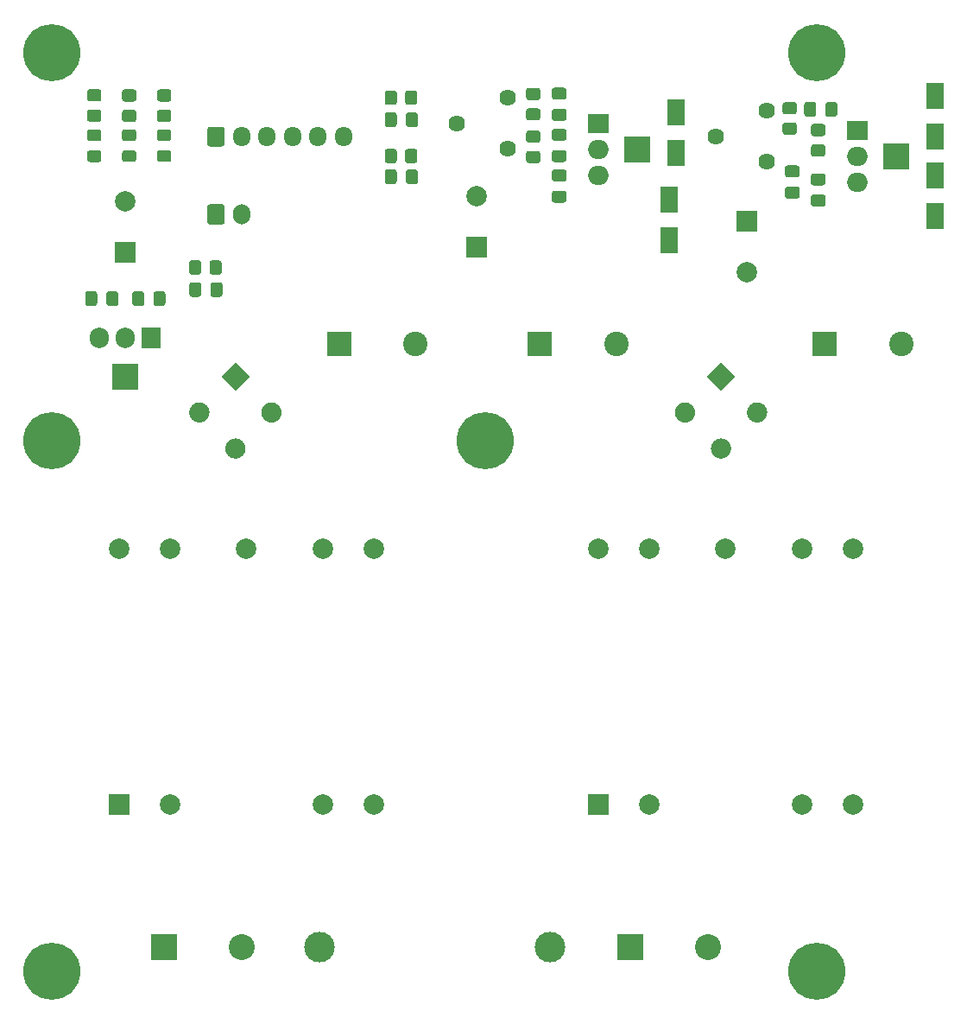
<source format=gbr>
G04 #@! TF.GenerationSoftware,KiCad,Pcbnew,5.1.9-73d0e3b20d~88~ubuntu20.04.1*
G04 #@! TF.CreationDate,2021-01-30T11:56:24+01:00*
G04 #@! TF.ProjectId,FY6600_Power_Supply,46593636-3030-45f5-906f-7765725f5375,1.0*
G04 #@! TF.SameCoordinates,Original*
G04 #@! TF.FileFunction,Soldermask,Top*
G04 #@! TF.FilePolarity,Negative*
%FSLAX46Y46*%
G04 Gerber Fmt 4.6, Leading zero omitted, Abs format (unit mm)*
G04 Created by KiCad (PCBNEW 5.1.9-73d0e3b20d~88~ubuntu20.04.1) date 2021-01-30 11:56:24*
%MOMM*%
%LPD*%
G01*
G04 APERTURE LIST*
%ADD10R,1.800000X2.500000*%
%ADD11O,1.700000X2.000000*%
%ADD12C,5.600000*%
%ADD13O,2.000000X1.905000*%
%ADD14R,2.000000X1.905000*%
%ADD15O,1.905000X2.000000*%
%ADD16R,1.905000X2.000000*%
%ADD17C,2.000000*%
%ADD18R,2.000000X2.000000*%
%ADD19C,2.540000*%
%ADD20R,2.540000X2.540000*%
%ADD21C,1.620000*%
%ADD22O,1.700000X1.950000*%
%ADD23R,2.500000X2.500000*%
%ADD24C,3.000000*%
%ADD25C,0.100000*%
%ADD26C,2.400000*%
%ADD27R,2.400000X2.400000*%
G04 APERTURE END LIST*
D10*
X115570000Y-65405000D03*
X115570000Y-61405000D03*
X116205000Y-56864000D03*
X116205000Y-52864000D03*
X141605000Y-51245000D03*
X141605000Y-55245000D03*
X141605000Y-59055000D03*
X141605000Y-63055000D03*
G36*
G01*
X104300000Y-52520000D02*
X105250000Y-52520000D01*
G75*
G02*
X105500000Y-52770000I0J-250000D01*
G01*
X105500000Y-53445000D01*
G75*
G02*
X105250000Y-53695000I-250000J0D01*
G01*
X104300000Y-53695000D01*
G75*
G02*
X104050000Y-53445000I0J250000D01*
G01*
X104050000Y-52770000D01*
G75*
G02*
X104300000Y-52520000I250000J0D01*
G01*
G37*
G36*
G01*
X104300000Y-50445000D02*
X105250000Y-50445000D01*
G75*
G02*
X105500000Y-50695000I0J-250000D01*
G01*
X105500000Y-51370000D01*
G75*
G02*
X105250000Y-51620000I-250000J0D01*
G01*
X104300000Y-51620000D01*
G75*
G02*
X104050000Y-51370000I0J250000D01*
G01*
X104050000Y-50695000D01*
G75*
G02*
X104300000Y-50445000I250000J0D01*
G01*
G37*
G36*
G01*
X130879000Y-53053000D02*
X130879000Y-52103000D01*
G75*
G02*
X131129000Y-51853000I250000J0D01*
G01*
X131804000Y-51853000D01*
G75*
G02*
X132054000Y-52103000I0J-250000D01*
G01*
X132054000Y-53053000D01*
G75*
G02*
X131804000Y-53303000I-250000J0D01*
G01*
X131129000Y-53303000D01*
G75*
G02*
X130879000Y-53053000I0J250000D01*
G01*
G37*
G36*
G01*
X128804000Y-53053000D02*
X128804000Y-52103000D01*
G75*
G02*
X129054000Y-51853000I250000J0D01*
G01*
X129729000Y-51853000D01*
G75*
G02*
X129979000Y-52103000I0J-250000D01*
G01*
X129979000Y-53053000D01*
G75*
G02*
X129729000Y-53303000I-250000J0D01*
G01*
X129054000Y-53303000D01*
G75*
G02*
X128804000Y-53053000I0J250000D01*
G01*
G37*
D11*
X73620000Y-62865000D03*
G36*
G01*
X70270000Y-63615000D02*
X70270000Y-62115000D01*
G75*
G02*
X70520000Y-61865000I250000J0D01*
G01*
X71720000Y-61865000D01*
G75*
G02*
X71970000Y-62115000I0J-250000D01*
G01*
X71970000Y-63615000D01*
G75*
G02*
X71720000Y-63865000I-250000J0D01*
G01*
X70520000Y-63865000D01*
G75*
G02*
X70270000Y-63615000I0J250000D01*
G01*
G37*
G36*
G01*
X89665000Y-57600001D02*
X89665000Y-56699999D01*
G75*
G02*
X89914999Y-56450000I249999J0D01*
G01*
X90615001Y-56450000D01*
G75*
G02*
X90865000Y-56699999I0J-249999D01*
G01*
X90865000Y-57600001D01*
G75*
G02*
X90615001Y-57850000I-249999J0D01*
G01*
X89914999Y-57850000D01*
G75*
G02*
X89665000Y-57600001I0J249999D01*
G01*
G37*
G36*
G01*
X87665000Y-57600001D02*
X87665000Y-56699999D01*
G75*
G02*
X87914999Y-56450000I249999J0D01*
G01*
X88615001Y-56450000D01*
G75*
G02*
X88865000Y-56699999I0J-249999D01*
G01*
X88865000Y-57600001D01*
G75*
G02*
X88615001Y-57850000I-249999J0D01*
G01*
X87914999Y-57850000D01*
G75*
G02*
X87665000Y-57600001I0J249999D01*
G01*
G37*
G36*
G01*
X89665000Y-51885001D02*
X89665000Y-50984999D01*
G75*
G02*
X89914999Y-50735000I249999J0D01*
G01*
X90615001Y-50735000D01*
G75*
G02*
X90865000Y-50984999I0J-249999D01*
G01*
X90865000Y-51885001D01*
G75*
G02*
X90615001Y-52135000I-249999J0D01*
G01*
X89914999Y-52135000D01*
G75*
G02*
X89665000Y-51885001I0J249999D01*
G01*
G37*
G36*
G01*
X87665000Y-51885001D02*
X87665000Y-50984999D01*
G75*
G02*
X87914999Y-50735000I249999J0D01*
G01*
X88615001Y-50735000D01*
G75*
G02*
X88865000Y-50984999I0J-249999D01*
G01*
X88865000Y-51885001D01*
G75*
G02*
X88615001Y-52135000I-249999J0D01*
G01*
X87914999Y-52135000D01*
G75*
G02*
X87665000Y-51885001I0J249999D01*
G01*
G37*
G36*
G01*
X69682000Y-67621999D02*
X69682000Y-68522001D01*
G75*
G02*
X69432001Y-68772000I-249999J0D01*
G01*
X68731999Y-68772000D01*
G75*
G02*
X68482000Y-68522001I0J249999D01*
G01*
X68482000Y-67621999D01*
G75*
G02*
X68731999Y-67372000I249999J0D01*
G01*
X69432001Y-67372000D01*
G75*
G02*
X69682000Y-67621999I0J-249999D01*
G01*
G37*
G36*
G01*
X71682000Y-67621999D02*
X71682000Y-68522001D01*
G75*
G02*
X71432001Y-68772000I-249999J0D01*
G01*
X70731999Y-68772000D01*
G75*
G02*
X70482000Y-68522001I0J249999D01*
G01*
X70482000Y-67621999D01*
G75*
G02*
X70731999Y-67372000I249999J0D01*
G01*
X71432001Y-67372000D01*
G75*
G02*
X71682000Y-67621999I0J-249999D01*
G01*
G37*
G36*
G01*
X88852500Y-58707000D02*
X88852500Y-59657000D01*
G75*
G02*
X88602500Y-59907000I-250000J0D01*
G01*
X87927500Y-59907000D01*
G75*
G02*
X87677500Y-59657000I0J250000D01*
G01*
X87677500Y-58707000D01*
G75*
G02*
X87927500Y-58457000I250000J0D01*
G01*
X88602500Y-58457000D01*
G75*
G02*
X88852500Y-58707000I0J-250000D01*
G01*
G37*
G36*
G01*
X90927500Y-58707000D02*
X90927500Y-59657000D01*
G75*
G02*
X90677500Y-59907000I-250000J0D01*
G01*
X90002500Y-59907000D01*
G75*
G02*
X89752500Y-59657000I0J250000D01*
G01*
X89752500Y-58707000D01*
G75*
G02*
X90002500Y-58457000I250000J0D01*
G01*
X90677500Y-58457000D01*
G75*
G02*
X90927500Y-58707000I0J-250000D01*
G01*
G37*
G36*
G01*
X89752500Y-54069000D02*
X89752500Y-53119000D01*
G75*
G02*
X90002500Y-52869000I250000J0D01*
G01*
X90677500Y-52869000D01*
G75*
G02*
X90927500Y-53119000I0J-250000D01*
G01*
X90927500Y-54069000D01*
G75*
G02*
X90677500Y-54319000I-250000J0D01*
G01*
X90002500Y-54319000D01*
G75*
G02*
X89752500Y-54069000I0J250000D01*
G01*
G37*
G36*
G01*
X87677500Y-54069000D02*
X87677500Y-53119000D01*
G75*
G02*
X87927500Y-52869000I250000J0D01*
G01*
X88602500Y-52869000D01*
G75*
G02*
X88852500Y-53119000I0J-250000D01*
G01*
X88852500Y-54069000D01*
G75*
G02*
X88602500Y-54319000I-250000J0D01*
G01*
X87927500Y-54319000D01*
G75*
G02*
X87677500Y-54069000I0J250000D01*
G01*
G37*
G36*
G01*
X69675500Y-69756000D02*
X69675500Y-70706000D01*
G75*
G02*
X69425500Y-70956000I-250000J0D01*
G01*
X68750500Y-70956000D01*
G75*
G02*
X68500500Y-70706000I0J250000D01*
G01*
X68500500Y-69756000D01*
G75*
G02*
X68750500Y-69506000I250000J0D01*
G01*
X69425500Y-69506000D01*
G75*
G02*
X69675500Y-69756000I0J-250000D01*
G01*
G37*
G36*
G01*
X71750500Y-69756000D02*
X71750500Y-70706000D01*
G75*
G02*
X71500500Y-70956000I-250000J0D01*
G01*
X70825500Y-70956000D01*
G75*
G02*
X70575500Y-70706000I0J250000D01*
G01*
X70575500Y-69756000D01*
G75*
G02*
X70825500Y-69506000I250000J0D01*
G01*
X71500500Y-69506000D01*
G75*
G02*
X71750500Y-69756000I0J-250000D01*
G01*
G37*
D12*
X130000000Y-47000000D03*
X55000000Y-47000000D03*
D13*
X108585000Y-59055000D03*
X108585000Y-56515000D03*
D14*
X108585000Y-53975000D03*
D13*
X133985000Y-59690000D03*
X133985000Y-57150000D03*
D14*
X133985000Y-54610000D03*
D15*
X59690000Y-74930000D03*
X62230000Y-74930000D03*
D16*
X64770000Y-74930000D03*
D17*
X108585000Y-95650000D03*
X113585000Y-95650000D03*
X121085000Y-95650000D03*
X128585000Y-95650000D03*
X133585000Y-95650000D03*
X133585000Y-120650000D03*
X128585000Y-120650000D03*
X113585000Y-120650000D03*
D18*
X108585000Y-120650000D03*
D17*
X61595000Y-95650000D03*
X66595000Y-95650000D03*
X74095000Y-95650000D03*
X81595000Y-95650000D03*
X86595000Y-95650000D03*
X86595000Y-120650000D03*
X81595000Y-120650000D03*
X66595000Y-120650000D03*
D18*
X61595000Y-120650000D03*
D19*
X119380000Y-134620000D03*
D20*
X111760000Y-134620000D03*
D21*
X99695000Y-51435000D03*
X94695000Y-53935000D03*
X99695000Y-56435000D03*
X125095000Y-52705000D03*
X120095000Y-55205000D03*
X125095000Y-57705000D03*
G36*
G01*
X101784999Y-56645000D02*
X102685001Y-56645000D01*
G75*
G02*
X102935000Y-56894999I0J-249999D01*
G01*
X102935000Y-57595001D01*
G75*
G02*
X102685001Y-57845000I-249999J0D01*
G01*
X101784999Y-57845000D01*
G75*
G02*
X101535000Y-57595001I0J249999D01*
G01*
X101535000Y-56894999D01*
G75*
G02*
X101784999Y-56645000I249999J0D01*
G01*
G37*
G36*
G01*
X101784999Y-54645000D02*
X102685001Y-54645000D01*
G75*
G02*
X102935000Y-54894999I0J-249999D01*
G01*
X102935000Y-55595001D01*
G75*
G02*
X102685001Y-55845000I-249999J0D01*
G01*
X101784999Y-55845000D01*
G75*
G02*
X101535000Y-55595001I0J249999D01*
G01*
X101535000Y-54894999D01*
G75*
G02*
X101784999Y-54645000I249999J0D01*
G01*
G37*
G36*
G01*
X101784999Y-52470000D02*
X102685001Y-52470000D01*
G75*
G02*
X102935000Y-52719999I0J-249999D01*
G01*
X102935000Y-53420001D01*
G75*
G02*
X102685001Y-53670000I-249999J0D01*
G01*
X101784999Y-53670000D01*
G75*
G02*
X101535000Y-53420001I0J249999D01*
G01*
X101535000Y-52719999D01*
G75*
G02*
X101784999Y-52470000I249999J0D01*
G01*
G37*
G36*
G01*
X101784999Y-50470000D02*
X102685001Y-50470000D01*
G75*
G02*
X102935000Y-50719999I0J-249999D01*
G01*
X102935000Y-51420001D01*
G75*
G02*
X102685001Y-51670000I-249999J0D01*
G01*
X101784999Y-51670000D01*
G75*
G02*
X101535000Y-51420001I0J249999D01*
G01*
X101535000Y-50719999D01*
G75*
G02*
X101784999Y-50470000I249999J0D01*
G01*
G37*
G36*
G01*
X65589999Y-52613000D02*
X66490001Y-52613000D01*
G75*
G02*
X66740000Y-52862999I0J-249999D01*
G01*
X66740000Y-53563001D01*
G75*
G02*
X66490001Y-53813000I-249999J0D01*
G01*
X65589999Y-53813000D01*
G75*
G02*
X65340000Y-53563001I0J249999D01*
G01*
X65340000Y-52862999D01*
G75*
G02*
X65589999Y-52613000I249999J0D01*
G01*
G37*
G36*
G01*
X65589999Y-50613000D02*
X66490001Y-50613000D01*
G75*
G02*
X66740000Y-50862999I0J-249999D01*
G01*
X66740000Y-51563001D01*
G75*
G02*
X66490001Y-51813000I-249999J0D01*
G01*
X65589999Y-51813000D01*
G75*
G02*
X65340000Y-51563001I0J249999D01*
G01*
X65340000Y-50862999D01*
G75*
G02*
X65589999Y-50613000I249999J0D01*
G01*
G37*
G36*
G01*
X62160999Y-52613000D02*
X63061001Y-52613000D01*
G75*
G02*
X63311000Y-52862999I0J-249999D01*
G01*
X63311000Y-53563001D01*
G75*
G02*
X63061001Y-53813000I-249999J0D01*
G01*
X62160999Y-53813000D01*
G75*
G02*
X61911000Y-53563001I0J249999D01*
G01*
X61911000Y-52862999D01*
G75*
G02*
X62160999Y-52613000I249999J0D01*
G01*
G37*
G36*
G01*
X62160999Y-50613000D02*
X63061001Y-50613000D01*
G75*
G02*
X63311000Y-50862999I0J-249999D01*
G01*
X63311000Y-51563001D01*
G75*
G02*
X63061001Y-51813000I-249999J0D01*
G01*
X62160999Y-51813000D01*
G75*
G02*
X61911000Y-51563001I0J249999D01*
G01*
X61911000Y-50862999D01*
G75*
G02*
X62160999Y-50613000I249999J0D01*
G01*
G37*
G36*
G01*
X58731999Y-52597000D02*
X59632001Y-52597000D01*
G75*
G02*
X59882000Y-52846999I0J-249999D01*
G01*
X59882000Y-53547001D01*
G75*
G02*
X59632001Y-53797000I-249999J0D01*
G01*
X58731999Y-53797000D01*
G75*
G02*
X58482000Y-53547001I0J249999D01*
G01*
X58482000Y-52846999D01*
G75*
G02*
X58731999Y-52597000I249999J0D01*
G01*
G37*
G36*
G01*
X58731999Y-50597000D02*
X59632001Y-50597000D01*
G75*
G02*
X59882000Y-50846999I0J-249999D01*
G01*
X59882000Y-51547001D01*
G75*
G02*
X59632001Y-51797000I-249999J0D01*
G01*
X58731999Y-51797000D01*
G75*
G02*
X58482000Y-51547001I0J249999D01*
G01*
X58482000Y-50846999D01*
G75*
G02*
X58731999Y-50597000I249999J0D01*
G01*
G37*
G36*
G01*
X127831001Y-53067000D02*
X126930999Y-53067000D01*
G75*
G02*
X126681000Y-52817001I0J249999D01*
G01*
X126681000Y-52116999D01*
G75*
G02*
X126930999Y-51867000I249999J0D01*
G01*
X127831001Y-51867000D01*
G75*
G02*
X128081000Y-52116999I0J-249999D01*
G01*
X128081000Y-52817001D01*
G75*
G02*
X127831001Y-53067000I-249999J0D01*
G01*
G37*
G36*
G01*
X127831001Y-55067000D02*
X126930999Y-55067000D01*
G75*
G02*
X126681000Y-54817001I0J249999D01*
G01*
X126681000Y-54116999D01*
G75*
G02*
X126930999Y-53867000I249999J0D01*
G01*
X127831001Y-53867000D01*
G75*
G02*
X128081000Y-54116999I0J-249999D01*
G01*
X128081000Y-54817001D01*
G75*
G02*
X127831001Y-55067000I-249999J0D01*
G01*
G37*
G36*
G01*
X130625001Y-55210000D02*
X129724999Y-55210000D01*
G75*
G02*
X129475000Y-54960001I0J249999D01*
G01*
X129475000Y-54259999D01*
G75*
G02*
X129724999Y-54010000I249999J0D01*
G01*
X130625001Y-54010000D01*
G75*
G02*
X130875000Y-54259999I0J-249999D01*
G01*
X130875000Y-54960001D01*
G75*
G02*
X130625001Y-55210000I-249999J0D01*
G01*
G37*
G36*
G01*
X130625001Y-57210000D02*
X129724999Y-57210000D01*
G75*
G02*
X129475000Y-56960001I0J249999D01*
G01*
X129475000Y-56259999D01*
G75*
G02*
X129724999Y-56010000I249999J0D01*
G01*
X130625001Y-56010000D01*
G75*
G02*
X130875000Y-56259999I0J-249999D01*
G01*
X130875000Y-56960001D01*
G75*
G02*
X130625001Y-57210000I-249999J0D01*
G01*
G37*
D22*
X83620000Y-55245000D03*
X81120000Y-55245000D03*
X78620000Y-55245000D03*
X76120000Y-55245000D03*
X73620000Y-55245000D03*
G36*
G01*
X70270000Y-55970000D02*
X70270000Y-54520000D01*
G75*
G02*
X70520000Y-54270000I250000J0D01*
G01*
X71720000Y-54270000D01*
G75*
G02*
X71970000Y-54520000I0J-250000D01*
G01*
X71970000Y-55970000D01*
G75*
G02*
X71720000Y-56220000I-250000J0D01*
G01*
X70520000Y-56220000D01*
G75*
G02*
X70270000Y-55970000I0J250000D01*
G01*
G37*
D19*
X73660000Y-134620000D03*
D20*
X66040000Y-134620000D03*
D23*
X112395000Y-56515000D03*
X137795000Y-57150000D03*
X62230000Y-78740000D03*
D12*
X55000000Y-85000000D03*
X97500000Y-85000000D03*
X130000000Y-137000000D03*
X55000000Y-137000000D03*
D24*
X103880000Y-134620000D03*
X81280000Y-134620000D03*
D25*
G36*
X119235786Y-78740000D02*
G01*
X120650000Y-77325786D01*
X122064214Y-78740000D01*
X120650000Y-80154214D01*
X119235786Y-78740000D01*
G37*
G36*
G01*
X119942893Y-85103961D02*
X119942893Y-85103961D01*
G75*
G02*
X121357107Y-85103961I707107J-707107D01*
G01*
X121357107Y-85103961D01*
G75*
G02*
X121357107Y-86518175I-707107J-707107D01*
G01*
X121357107Y-86518175D01*
G75*
G02*
X119942893Y-86518175I-707107J707107D01*
G01*
X119942893Y-86518175D01*
G75*
G02*
X119942893Y-85103961I707107J707107D01*
G01*
G37*
G36*
G01*
X116407359Y-81568427D02*
X116407359Y-81568427D01*
G75*
G02*
X117821573Y-81568427I707107J-707107D01*
G01*
X117821573Y-81568427D01*
G75*
G02*
X117821573Y-82982641I-707107J-707107D01*
G01*
X117821573Y-82982641D01*
G75*
G02*
X116407359Y-82982641I-707107J707107D01*
G01*
X116407359Y-82982641D01*
G75*
G02*
X116407359Y-81568427I707107J707107D01*
G01*
G37*
G36*
G01*
X123478427Y-81568427D02*
X123478427Y-81568427D01*
G75*
G02*
X124892641Y-81568427I707107J-707107D01*
G01*
X124892641Y-81568427D01*
G75*
G02*
X124892641Y-82982641I-707107J-707107D01*
G01*
X124892641Y-82982641D01*
G75*
G02*
X123478427Y-82982641I-707107J707107D01*
G01*
X123478427Y-82982641D01*
G75*
G02*
X123478427Y-81568427I707107J707107D01*
G01*
G37*
G36*
G01*
X65589999Y-56584000D02*
X66490001Y-56584000D01*
G75*
G02*
X66740000Y-56833999I0J-249999D01*
G01*
X66740000Y-57484001D01*
G75*
G02*
X66490001Y-57734000I-249999J0D01*
G01*
X65589999Y-57734000D01*
G75*
G02*
X65340000Y-57484001I0J249999D01*
G01*
X65340000Y-56833999D01*
G75*
G02*
X65589999Y-56584000I249999J0D01*
G01*
G37*
G36*
G01*
X65589999Y-54534000D02*
X66490001Y-54534000D01*
G75*
G02*
X66740000Y-54783999I0J-249999D01*
G01*
X66740000Y-55434001D01*
G75*
G02*
X66490001Y-55684000I-249999J0D01*
G01*
X65589999Y-55684000D01*
G75*
G02*
X65340000Y-55434001I0J249999D01*
G01*
X65340000Y-54783999D01*
G75*
G02*
X65589999Y-54534000I249999J0D01*
G01*
G37*
G36*
G01*
X63061001Y-55684000D02*
X62160999Y-55684000D01*
G75*
G02*
X61911000Y-55434001I0J249999D01*
G01*
X61911000Y-54783999D01*
G75*
G02*
X62160999Y-54534000I249999J0D01*
G01*
X63061001Y-54534000D01*
G75*
G02*
X63311000Y-54783999I0J-249999D01*
G01*
X63311000Y-55434001D01*
G75*
G02*
X63061001Y-55684000I-249999J0D01*
G01*
G37*
G36*
G01*
X63061001Y-57734000D02*
X62160999Y-57734000D01*
G75*
G02*
X61911000Y-57484001I0J249999D01*
G01*
X61911000Y-56833999D01*
G75*
G02*
X62160999Y-56584000I249999J0D01*
G01*
X63061001Y-56584000D01*
G75*
G02*
X63311000Y-56833999I0J-249999D01*
G01*
X63311000Y-57484001D01*
G75*
G02*
X63061001Y-57734000I-249999J0D01*
G01*
G37*
G36*
G01*
X59632001Y-55693000D02*
X58731999Y-55693000D01*
G75*
G02*
X58482000Y-55443001I0J249999D01*
G01*
X58482000Y-54792999D01*
G75*
G02*
X58731999Y-54543000I249999J0D01*
G01*
X59632001Y-54543000D01*
G75*
G02*
X59882000Y-54792999I0J-249999D01*
G01*
X59882000Y-55443001D01*
G75*
G02*
X59632001Y-55693000I-249999J0D01*
G01*
G37*
G36*
G01*
X59632001Y-57743000D02*
X58731999Y-57743000D01*
G75*
G02*
X58482000Y-57493001I0J249999D01*
G01*
X58482000Y-56842999D01*
G75*
G02*
X58731999Y-56593000I249999J0D01*
G01*
X59632001Y-56593000D01*
G75*
G02*
X59882000Y-56842999I0J-249999D01*
G01*
X59882000Y-57493001D01*
G75*
G02*
X59632001Y-57743000I-249999J0D01*
G01*
G37*
G36*
X71610786Y-78740000D02*
G01*
X73025000Y-77325786D01*
X74439214Y-78740000D01*
X73025000Y-80154214D01*
X71610786Y-78740000D01*
G37*
G36*
G01*
X72317893Y-85103961D02*
X72317893Y-85103961D01*
G75*
G02*
X73732107Y-85103961I707107J-707107D01*
G01*
X73732107Y-85103961D01*
G75*
G02*
X73732107Y-86518175I-707107J-707107D01*
G01*
X73732107Y-86518175D01*
G75*
G02*
X72317893Y-86518175I-707107J707107D01*
G01*
X72317893Y-86518175D01*
G75*
G02*
X72317893Y-85103961I707107J707107D01*
G01*
G37*
G36*
G01*
X68782359Y-81568427D02*
X68782359Y-81568427D01*
G75*
G02*
X70196573Y-81568427I707107J-707107D01*
G01*
X70196573Y-81568427D01*
G75*
G02*
X70196573Y-82982641I-707107J-707107D01*
G01*
X70196573Y-82982641D01*
G75*
G02*
X68782359Y-82982641I-707107J707107D01*
G01*
X68782359Y-82982641D01*
G75*
G02*
X68782359Y-81568427I707107J707107D01*
G01*
G37*
G36*
G01*
X75853427Y-81568427D02*
X75853427Y-81568427D01*
G75*
G02*
X77267641Y-81568427I707107J-707107D01*
G01*
X77267641Y-81568427D01*
G75*
G02*
X77267641Y-82982641I-707107J-707107D01*
G01*
X77267641Y-82982641D01*
G75*
G02*
X75853427Y-82982641I-707107J707107D01*
G01*
X75853427Y-82982641D01*
G75*
G02*
X75853427Y-81568427I707107J707107D01*
G01*
G37*
G36*
G01*
X105250000Y-59642500D02*
X104300000Y-59642500D01*
G75*
G02*
X104050000Y-59392500I0J250000D01*
G01*
X104050000Y-58717500D01*
G75*
G02*
X104300000Y-58467500I250000J0D01*
G01*
X105250000Y-58467500D01*
G75*
G02*
X105500000Y-58717500I0J-250000D01*
G01*
X105500000Y-59392500D01*
G75*
G02*
X105250000Y-59642500I-250000J0D01*
G01*
G37*
G36*
G01*
X105250000Y-61717500D02*
X104300000Y-61717500D01*
G75*
G02*
X104050000Y-61467500I0J250000D01*
G01*
X104050000Y-60792500D01*
G75*
G02*
X104300000Y-60542500I250000J0D01*
G01*
X105250000Y-60542500D01*
G75*
G02*
X105500000Y-60792500I0J-250000D01*
G01*
X105500000Y-61467500D01*
G75*
G02*
X105250000Y-61717500I-250000J0D01*
G01*
G37*
D17*
X96647000Y-61040000D03*
D18*
X96647000Y-66040000D03*
G36*
G01*
X104300000Y-56562500D02*
X105250000Y-56562500D01*
G75*
G02*
X105500000Y-56812500I0J-250000D01*
G01*
X105500000Y-57487500D01*
G75*
G02*
X105250000Y-57737500I-250000J0D01*
G01*
X104300000Y-57737500D01*
G75*
G02*
X104050000Y-57487500I0J250000D01*
G01*
X104050000Y-56812500D01*
G75*
G02*
X104300000Y-56562500I250000J0D01*
G01*
G37*
G36*
G01*
X104300000Y-54487500D02*
X105250000Y-54487500D01*
G75*
G02*
X105500000Y-54737500I0J-250000D01*
G01*
X105500000Y-55412500D01*
G75*
G02*
X105250000Y-55662500I-250000J0D01*
G01*
X104300000Y-55662500D01*
G75*
G02*
X104050000Y-55412500I0J250000D01*
G01*
X104050000Y-54737500D01*
G75*
G02*
X104300000Y-54487500I250000J0D01*
G01*
G37*
D26*
X110370000Y-75565000D03*
D27*
X102870000Y-75565000D03*
G36*
G01*
X127160000Y-60140000D02*
X128110000Y-60140000D01*
G75*
G02*
X128360000Y-60390000I0J-250000D01*
G01*
X128360000Y-61065000D01*
G75*
G02*
X128110000Y-61315000I-250000J0D01*
G01*
X127160000Y-61315000D01*
G75*
G02*
X126910000Y-61065000I0J250000D01*
G01*
X126910000Y-60390000D01*
G75*
G02*
X127160000Y-60140000I250000J0D01*
G01*
G37*
G36*
G01*
X127160000Y-58065000D02*
X128110000Y-58065000D01*
G75*
G02*
X128360000Y-58315000I0J-250000D01*
G01*
X128360000Y-58990000D01*
G75*
G02*
X128110000Y-59240000I-250000J0D01*
G01*
X127160000Y-59240000D01*
G75*
G02*
X126910000Y-58990000I0J250000D01*
G01*
X126910000Y-58315000D01*
G75*
G02*
X127160000Y-58065000I250000J0D01*
G01*
G37*
D17*
X123190000Y-68500000D03*
D18*
X123190000Y-63500000D03*
G36*
G01*
X129700000Y-58848500D02*
X130650000Y-58848500D01*
G75*
G02*
X130900000Y-59098500I0J-250000D01*
G01*
X130900000Y-59773500D01*
G75*
G02*
X130650000Y-60023500I-250000J0D01*
G01*
X129700000Y-60023500D01*
G75*
G02*
X129450000Y-59773500I0J250000D01*
G01*
X129450000Y-59098500D01*
G75*
G02*
X129700000Y-58848500I250000J0D01*
G01*
G37*
G36*
G01*
X129700000Y-60923500D02*
X130650000Y-60923500D01*
G75*
G02*
X130900000Y-61173500I0J-250000D01*
G01*
X130900000Y-61848500D01*
G75*
G02*
X130650000Y-62098500I-250000J0D01*
G01*
X129700000Y-62098500D01*
G75*
G02*
X129450000Y-61848500I0J250000D01*
G01*
X129450000Y-61173500D01*
G75*
G02*
X129700000Y-60923500I250000J0D01*
G01*
G37*
D26*
X138310000Y-75565000D03*
D27*
X130810000Y-75565000D03*
G36*
G01*
X60372500Y-71595000D02*
X60372500Y-70645000D01*
G75*
G02*
X60622500Y-70395000I250000J0D01*
G01*
X61297500Y-70395000D01*
G75*
G02*
X61547500Y-70645000I0J-250000D01*
G01*
X61547500Y-71595000D01*
G75*
G02*
X61297500Y-71845000I-250000J0D01*
G01*
X60622500Y-71845000D01*
G75*
G02*
X60372500Y-71595000I0J250000D01*
G01*
G37*
G36*
G01*
X58297500Y-71595000D02*
X58297500Y-70645000D01*
G75*
G02*
X58547500Y-70395000I250000J0D01*
G01*
X59222500Y-70395000D01*
G75*
G02*
X59472500Y-70645000I0J-250000D01*
G01*
X59472500Y-71595000D01*
G75*
G02*
X59222500Y-71845000I-250000J0D01*
G01*
X58547500Y-71845000D01*
G75*
G02*
X58297500Y-71595000I0J250000D01*
G01*
G37*
D17*
X62230000Y-61548000D03*
D18*
X62230000Y-66548000D03*
G36*
G01*
X64087500Y-70645000D02*
X64087500Y-71595000D01*
G75*
G02*
X63837500Y-71845000I-250000J0D01*
G01*
X63162500Y-71845000D01*
G75*
G02*
X62912500Y-71595000I0J250000D01*
G01*
X62912500Y-70645000D01*
G75*
G02*
X63162500Y-70395000I250000J0D01*
G01*
X63837500Y-70395000D01*
G75*
G02*
X64087500Y-70645000I0J-250000D01*
G01*
G37*
G36*
G01*
X66162500Y-70645000D02*
X66162500Y-71595000D01*
G75*
G02*
X65912500Y-71845000I-250000J0D01*
G01*
X65237500Y-71845000D01*
G75*
G02*
X64987500Y-71595000I0J250000D01*
G01*
X64987500Y-70645000D01*
G75*
G02*
X65237500Y-70395000I250000J0D01*
G01*
X65912500Y-70395000D01*
G75*
G02*
X66162500Y-70645000I0J-250000D01*
G01*
G37*
D26*
X90685000Y-75565000D03*
D27*
X83185000Y-75565000D03*
M02*

</source>
